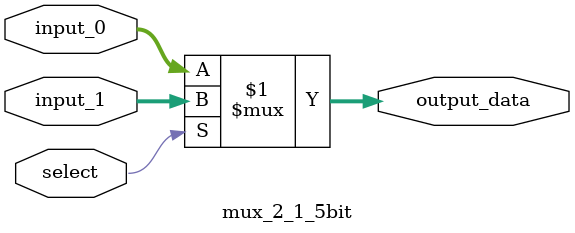
<source format=v>
`timescale 1ns / 1ps

    
module mux_2_1_5bit(input_0, input_1, select ,output_data);
input [4:0] input_0, input_1;
input select;
output [4:0] output_data;

assign output_data = (select)? input_1:input_0 ;
endmodule


</source>
